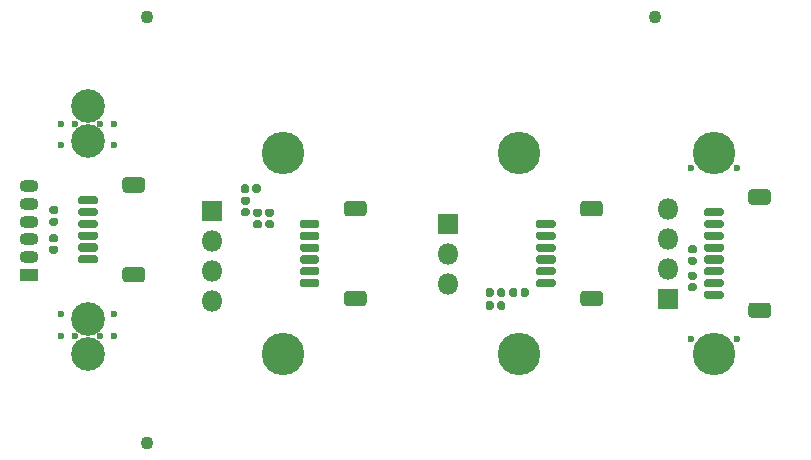
<source format=gts>
G04 #@! TF.GenerationSoftware,KiCad,Pcbnew,(5.1.6-0-10_14)*
G04 #@! TF.CreationDate,2021-04-13T12:38:31+02:00*
G04 #@! TF.ProjectId,Encoder_SPI_Panel,456e636f-6465-4725-9f53-50495f50616e,rev?*
G04 #@! TF.SameCoordinates,Original*
G04 #@! TF.FileFunction,Soldermask,Top*
G04 #@! TF.FilePolarity,Negative*
%FSLAX46Y46*%
G04 Gerber Fmt 4.6, Leading zero omitted, Abs format (unit mm)*
G04 Created by KiCad (PCBNEW (5.1.6-0-10_14)) date 2021-04-13 12:38:31*
%MOMM*%
%LPD*%
G01*
G04 APERTURE LIST*
%ADD10C,1.100000*%
%ADD11C,3.600000*%
%ADD12R,1.800000X1.800000*%
%ADD13O,1.800000X1.800000*%
%ADD14C,0.600000*%
%ADD15C,2.850000*%
%ADD16R,1.600000X1.100000*%
%ADD17O,1.600000X1.100000*%
G04 APERTURE END LIST*
D10*
X59999000Y-55501000D03*
X103007084Y-19498950D03*
X59999000Y-19498950D03*
G36*
G01*
X105975950Y-41034950D02*
X106370950Y-41034950D01*
G75*
G02*
X106543450Y-41207450I0J-172500D01*
G01*
X106543450Y-41552450D01*
G75*
G02*
X106370950Y-41724950I-172500J0D01*
G01*
X105975950Y-41724950D01*
G75*
G02*
X105803450Y-41552450I0J172500D01*
G01*
X105803450Y-41207450D01*
G75*
G02*
X105975950Y-41034950I172500J0D01*
G01*
G37*
G36*
G01*
X105975950Y-42004950D02*
X106370950Y-42004950D01*
G75*
G02*
X106543450Y-42177450I0J-172500D01*
G01*
X106543450Y-42522450D01*
G75*
G02*
X106370950Y-42694950I-172500J0D01*
G01*
X105975950Y-42694950D01*
G75*
G02*
X105803450Y-42522450I0J172500D01*
G01*
X105803450Y-42177450D01*
G75*
G02*
X105975950Y-42004950I172500J0D01*
G01*
G37*
D11*
X108003450Y-30999950D03*
G36*
G01*
X106370950Y-40459950D02*
X105975950Y-40459950D01*
G75*
G02*
X105803450Y-40287450I0J172500D01*
G01*
X105803450Y-39942450D01*
G75*
G02*
X105975950Y-39769950I172500J0D01*
G01*
X106370950Y-39769950D01*
G75*
G02*
X106543450Y-39942450I0J-172500D01*
G01*
X106543450Y-40287450D01*
G75*
G02*
X106370950Y-40459950I-172500J0D01*
G01*
G37*
G36*
G01*
X106370950Y-39489950D02*
X105975950Y-39489950D01*
G75*
G02*
X105803450Y-39317450I0J172500D01*
G01*
X105803450Y-38972450D01*
G75*
G02*
X105975950Y-38799950I172500J0D01*
G01*
X106370950Y-38799950D01*
G75*
G02*
X106543450Y-38972450I0J-172500D01*
G01*
X106543450Y-39317450D01*
G75*
G02*
X106370950Y-39489950I-172500J0D01*
G01*
G37*
X108003450Y-47999950D03*
G36*
G01*
X108653450Y-43349950D02*
X107353450Y-43349950D01*
G75*
G02*
X107178450Y-43174950I0J175000D01*
G01*
X107178450Y-42824950D01*
G75*
G02*
X107353450Y-42649950I175000J0D01*
G01*
X108653450Y-42649950D01*
G75*
G02*
X108828450Y-42824950I0J-175000D01*
G01*
X108828450Y-43174950D01*
G75*
G02*
X108653450Y-43349950I-175000J0D01*
G01*
G37*
G36*
G01*
X108653450Y-42349950D02*
X107353450Y-42349950D01*
G75*
G02*
X107178450Y-42174950I0J175000D01*
G01*
X107178450Y-41824950D01*
G75*
G02*
X107353450Y-41649950I175000J0D01*
G01*
X108653450Y-41649950D01*
G75*
G02*
X108828450Y-41824950I0J-175000D01*
G01*
X108828450Y-42174950D01*
G75*
G02*
X108653450Y-42349950I-175000J0D01*
G01*
G37*
G36*
G01*
X108653450Y-41349950D02*
X107353450Y-41349950D01*
G75*
G02*
X107178450Y-41174950I0J175000D01*
G01*
X107178450Y-40824950D01*
G75*
G02*
X107353450Y-40649950I175000J0D01*
G01*
X108653450Y-40649950D01*
G75*
G02*
X108828450Y-40824950I0J-175000D01*
G01*
X108828450Y-41174950D01*
G75*
G02*
X108653450Y-41349950I-175000J0D01*
G01*
G37*
G36*
G01*
X108653450Y-40349950D02*
X107353450Y-40349950D01*
G75*
G02*
X107178450Y-40174950I0J175000D01*
G01*
X107178450Y-39824950D01*
G75*
G02*
X107353450Y-39649950I175000J0D01*
G01*
X108653450Y-39649950D01*
G75*
G02*
X108828450Y-39824950I0J-175000D01*
G01*
X108828450Y-40174950D01*
G75*
G02*
X108653450Y-40349950I-175000J0D01*
G01*
G37*
G36*
G01*
X108653450Y-39349950D02*
X107353450Y-39349950D01*
G75*
G02*
X107178450Y-39174950I0J175000D01*
G01*
X107178450Y-38824950D01*
G75*
G02*
X107353450Y-38649950I175000J0D01*
G01*
X108653450Y-38649950D01*
G75*
G02*
X108828450Y-38824950I0J-175000D01*
G01*
X108828450Y-39174950D01*
G75*
G02*
X108653450Y-39349950I-175000J0D01*
G01*
G37*
G36*
G01*
X108653450Y-38349950D02*
X107353450Y-38349950D01*
G75*
G02*
X107178450Y-38174950I0J175000D01*
G01*
X107178450Y-37824950D01*
G75*
G02*
X107353450Y-37649950I175000J0D01*
G01*
X108653450Y-37649950D01*
G75*
G02*
X108828450Y-37824950I0J-175000D01*
G01*
X108828450Y-38174950D01*
G75*
G02*
X108653450Y-38349950I-175000J0D01*
G01*
G37*
G36*
G01*
X108653450Y-37349950D02*
X107353450Y-37349950D01*
G75*
G02*
X107178450Y-37174950I0J175000D01*
G01*
X107178450Y-36824950D01*
G75*
G02*
X107353450Y-36649950I175000J0D01*
G01*
X108653450Y-36649950D01*
G75*
G02*
X108828450Y-36824950I0J-175000D01*
G01*
X108828450Y-37174950D01*
G75*
G02*
X108653450Y-37349950I-175000J0D01*
G01*
G37*
G36*
G01*
X108653450Y-36349950D02*
X107353450Y-36349950D01*
G75*
G02*
X107178450Y-36174950I0J175000D01*
G01*
X107178450Y-35824950D01*
G75*
G02*
X107353450Y-35649950I175000J0D01*
G01*
X108653450Y-35649950D01*
G75*
G02*
X108828450Y-35824950I0J-175000D01*
G01*
X108828450Y-36174950D01*
G75*
G02*
X108653450Y-36349950I-175000J0D01*
G01*
G37*
G36*
G01*
X112557618Y-44949950D02*
X111199282Y-44949950D01*
G75*
G02*
X110928450Y-44679118I0J270832D01*
G01*
X110928450Y-43920782D01*
G75*
G02*
X111199282Y-43649950I270832J0D01*
G01*
X112557618Y-43649950D01*
G75*
G02*
X112828450Y-43920782I0J-270832D01*
G01*
X112828450Y-44679118D01*
G75*
G02*
X112557618Y-44949950I-270832J0D01*
G01*
G37*
G36*
G01*
X112557618Y-35349950D02*
X111199282Y-35349950D01*
G75*
G02*
X110928450Y-35079118I0J270832D01*
G01*
X110928450Y-34320782D01*
G75*
G02*
X111199282Y-34049950I270832J0D01*
G01*
X112557618Y-34049950D01*
G75*
G02*
X112828450Y-34320782I0J-270832D01*
G01*
X112828450Y-35079118D01*
G75*
G02*
X112557618Y-35349950I-270832J0D01*
G01*
G37*
D12*
X104103450Y-43319950D03*
D13*
X104103450Y-40779950D03*
X104103450Y-38239950D03*
X104103450Y-35699950D03*
D14*
X109953450Y-32249950D03*
X106053450Y-32249950D03*
X109953450Y-46749950D03*
X106053450Y-46749950D03*
G36*
G01*
X98327219Y-36349999D02*
X96968883Y-36349999D01*
G75*
G02*
X96698051Y-36079167I0J270832D01*
G01*
X96698051Y-35320831D01*
G75*
G02*
X96968883Y-35049999I270832J0D01*
G01*
X98327219Y-35049999D01*
G75*
G02*
X98598051Y-35320831I0J-270832D01*
G01*
X98598051Y-36079167D01*
G75*
G02*
X98327219Y-36349999I-270832J0D01*
G01*
G37*
G36*
G01*
X98327219Y-43949999D02*
X96968883Y-43949999D01*
G75*
G02*
X96698051Y-43679167I0J270832D01*
G01*
X96698051Y-42920831D01*
G75*
G02*
X96968883Y-42649999I270832J0D01*
G01*
X98327219Y-42649999D01*
G75*
G02*
X98598051Y-42920831I0J-270832D01*
G01*
X98598051Y-43679167D01*
G75*
G02*
X98327219Y-43949999I-270832J0D01*
G01*
G37*
G36*
G01*
X94423051Y-37349999D02*
X93123051Y-37349999D01*
G75*
G02*
X92948051Y-37174999I0J175000D01*
G01*
X92948051Y-36824999D01*
G75*
G02*
X93123051Y-36649999I175000J0D01*
G01*
X94423051Y-36649999D01*
G75*
G02*
X94598051Y-36824999I0J-175000D01*
G01*
X94598051Y-37174999D01*
G75*
G02*
X94423051Y-37349999I-175000J0D01*
G01*
G37*
G36*
G01*
X94423051Y-38349999D02*
X93123051Y-38349999D01*
G75*
G02*
X92948051Y-38174999I0J175000D01*
G01*
X92948051Y-37824999D01*
G75*
G02*
X93123051Y-37649999I175000J0D01*
G01*
X94423051Y-37649999D01*
G75*
G02*
X94598051Y-37824999I0J-175000D01*
G01*
X94598051Y-38174999D01*
G75*
G02*
X94423051Y-38349999I-175000J0D01*
G01*
G37*
G36*
G01*
X94423051Y-39349999D02*
X93123051Y-39349999D01*
G75*
G02*
X92948051Y-39174999I0J175000D01*
G01*
X92948051Y-38824999D01*
G75*
G02*
X93123051Y-38649999I175000J0D01*
G01*
X94423051Y-38649999D01*
G75*
G02*
X94598051Y-38824999I0J-175000D01*
G01*
X94598051Y-39174999D01*
G75*
G02*
X94423051Y-39349999I-175000J0D01*
G01*
G37*
G36*
G01*
X94423051Y-40349999D02*
X93123051Y-40349999D01*
G75*
G02*
X92948051Y-40174999I0J175000D01*
G01*
X92948051Y-39824999D01*
G75*
G02*
X93123051Y-39649999I175000J0D01*
G01*
X94423051Y-39649999D01*
G75*
G02*
X94598051Y-39824999I0J-175000D01*
G01*
X94598051Y-40174999D01*
G75*
G02*
X94423051Y-40349999I-175000J0D01*
G01*
G37*
G36*
G01*
X94423051Y-41349999D02*
X93123051Y-41349999D01*
G75*
G02*
X92948051Y-41174999I0J175000D01*
G01*
X92948051Y-40824999D01*
G75*
G02*
X93123051Y-40649999I175000J0D01*
G01*
X94423051Y-40649999D01*
G75*
G02*
X94598051Y-40824999I0J-175000D01*
G01*
X94598051Y-41174999D01*
G75*
G02*
X94423051Y-41349999I-175000J0D01*
G01*
G37*
G36*
G01*
X94423051Y-42349999D02*
X93123051Y-42349999D01*
G75*
G02*
X92948051Y-42174999I0J175000D01*
G01*
X92948051Y-41824999D01*
G75*
G02*
X93123051Y-41649999I175000J0D01*
G01*
X94423051Y-41649999D01*
G75*
G02*
X94598051Y-41824999I0J-175000D01*
G01*
X94598051Y-42174999D01*
G75*
G02*
X94423051Y-42349999I-175000J0D01*
G01*
G37*
D11*
X91503051Y-30999999D03*
G36*
G01*
X91643051Y-42997499D02*
X91643051Y-42602499D01*
G75*
G02*
X91815551Y-42429999I172500J0D01*
G01*
X92160551Y-42429999D01*
G75*
G02*
X92333051Y-42602499I0J-172500D01*
G01*
X92333051Y-42997499D01*
G75*
G02*
X92160551Y-43169999I-172500J0D01*
G01*
X91815551Y-43169999D01*
G75*
G02*
X91643051Y-42997499I0J172500D01*
G01*
G37*
G36*
G01*
X90673051Y-42997499D02*
X90673051Y-42602499D01*
G75*
G02*
X90845551Y-42429999I172500J0D01*
G01*
X91190551Y-42429999D01*
G75*
G02*
X91363051Y-42602499I0J-172500D01*
G01*
X91363051Y-42997499D01*
G75*
G02*
X91190551Y-43169999I-172500J0D01*
G01*
X90845551Y-43169999D01*
G75*
G02*
X90673051Y-42997499I0J172500D01*
G01*
G37*
G36*
G01*
X89643051Y-44097499D02*
X89643051Y-43702499D01*
G75*
G02*
X89815551Y-43529999I172500J0D01*
G01*
X90160551Y-43529999D01*
G75*
G02*
X90333051Y-43702499I0J-172500D01*
G01*
X90333051Y-44097499D01*
G75*
G02*
X90160551Y-44269999I-172500J0D01*
G01*
X89815551Y-44269999D01*
G75*
G02*
X89643051Y-44097499I0J172500D01*
G01*
G37*
G36*
G01*
X88673051Y-44097499D02*
X88673051Y-43702499D01*
G75*
G02*
X88845551Y-43529999I172500J0D01*
G01*
X89190551Y-43529999D01*
G75*
G02*
X89363051Y-43702499I0J-172500D01*
G01*
X89363051Y-44097499D01*
G75*
G02*
X89190551Y-44269999I-172500J0D01*
G01*
X88845551Y-44269999D01*
G75*
G02*
X88673051Y-44097499I0J172500D01*
G01*
G37*
X91503051Y-47999999D03*
G36*
G01*
X89643051Y-42997499D02*
X89643051Y-42602499D01*
G75*
G02*
X89815551Y-42429999I172500J0D01*
G01*
X90160551Y-42429999D01*
G75*
G02*
X90333051Y-42602499I0J-172500D01*
G01*
X90333051Y-42997499D01*
G75*
G02*
X90160551Y-43169999I-172500J0D01*
G01*
X89815551Y-43169999D01*
G75*
G02*
X89643051Y-42997499I0J172500D01*
G01*
G37*
G36*
G01*
X88673051Y-42997499D02*
X88673051Y-42602499D01*
G75*
G02*
X88845551Y-42429999I172500J0D01*
G01*
X89190551Y-42429999D01*
G75*
G02*
X89363051Y-42602499I0J-172500D01*
G01*
X89363051Y-42997499D01*
G75*
G02*
X89190551Y-43169999I-172500J0D01*
G01*
X88845551Y-43169999D01*
G75*
G02*
X88673051Y-42997499I0J172500D01*
G01*
G37*
D12*
X85473051Y-36959999D03*
D13*
X85473051Y-39499999D03*
X85473051Y-42039999D03*
G36*
G01*
X69560539Y-37359999D02*
X69165539Y-37359999D01*
G75*
G02*
X68993039Y-37187499I0J172500D01*
G01*
X68993039Y-36842499D01*
G75*
G02*
X69165539Y-36669999I172500J0D01*
G01*
X69560539Y-36669999D01*
G75*
G02*
X69733039Y-36842499I0J-172500D01*
G01*
X69733039Y-37187499D01*
G75*
G02*
X69560539Y-37359999I-172500J0D01*
G01*
G37*
G36*
G01*
X69560539Y-36389999D02*
X69165539Y-36389999D01*
G75*
G02*
X68993039Y-36217499I0J172500D01*
G01*
X68993039Y-35872499D01*
G75*
G02*
X69165539Y-35699999I172500J0D01*
G01*
X69560539Y-35699999D01*
G75*
G02*
X69733039Y-35872499I0J-172500D01*
G01*
X69733039Y-36217499D01*
G75*
G02*
X69560539Y-36389999I-172500J0D01*
G01*
G37*
G36*
G01*
X70195539Y-35689999D02*
X70590539Y-35689999D01*
G75*
G02*
X70763039Y-35862499I0J-172500D01*
G01*
X70763039Y-36207499D01*
G75*
G02*
X70590539Y-36379999I-172500J0D01*
G01*
X70195539Y-36379999D01*
G75*
G02*
X70023039Y-36207499I0J172500D01*
G01*
X70023039Y-35862499D01*
G75*
G02*
X70195539Y-35689999I172500J0D01*
G01*
G37*
G36*
G01*
X70195539Y-36659999D02*
X70590539Y-36659999D01*
G75*
G02*
X70763039Y-36832499I0J-172500D01*
G01*
X70763039Y-37177499D01*
G75*
G02*
X70590539Y-37349999I-172500J0D01*
G01*
X70195539Y-37349999D01*
G75*
G02*
X70023039Y-37177499I0J172500D01*
G01*
X70023039Y-36832499D01*
G75*
G02*
X70195539Y-36659999I172500J0D01*
G01*
G37*
D11*
X71503039Y-30999999D03*
X71503039Y-47999999D03*
G36*
G01*
X68135539Y-34679999D02*
X68530539Y-34679999D01*
G75*
G02*
X68703039Y-34852499I0J-172500D01*
G01*
X68703039Y-35197499D01*
G75*
G02*
X68530539Y-35369999I-172500J0D01*
G01*
X68135539Y-35369999D01*
G75*
G02*
X67963039Y-35197499I0J172500D01*
G01*
X67963039Y-34852499D01*
G75*
G02*
X68135539Y-34679999I172500J0D01*
G01*
G37*
G36*
G01*
X68135539Y-35649999D02*
X68530539Y-35649999D01*
G75*
G02*
X68703039Y-35822499I0J-172500D01*
G01*
X68703039Y-36167499D01*
G75*
G02*
X68530539Y-36339999I-172500J0D01*
G01*
X68135539Y-36339999D01*
G75*
G02*
X67963039Y-36167499I0J172500D01*
G01*
X67963039Y-35822499D01*
G75*
G02*
X68135539Y-35649999I172500J0D01*
G01*
G37*
G36*
G01*
X74423039Y-42349999D02*
X73123039Y-42349999D01*
G75*
G02*
X72948039Y-42174999I0J175000D01*
G01*
X72948039Y-41824999D01*
G75*
G02*
X73123039Y-41649999I175000J0D01*
G01*
X74423039Y-41649999D01*
G75*
G02*
X74598039Y-41824999I0J-175000D01*
G01*
X74598039Y-42174999D01*
G75*
G02*
X74423039Y-42349999I-175000J0D01*
G01*
G37*
G36*
G01*
X74423039Y-41349999D02*
X73123039Y-41349999D01*
G75*
G02*
X72948039Y-41174999I0J175000D01*
G01*
X72948039Y-40824999D01*
G75*
G02*
X73123039Y-40649999I175000J0D01*
G01*
X74423039Y-40649999D01*
G75*
G02*
X74598039Y-40824999I0J-175000D01*
G01*
X74598039Y-41174999D01*
G75*
G02*
X74423039Y-41349999I-175000J0D01*
G01*
G37*
G36*
G01*
X74423039Y-40349999D02*
X73123039Y-40349999D01*
G75*
G02*
X72948039Y-40174999I0J175000D01*
G01*
X72948039Y-39824999D01*
G75*
G02*
X73123039Y-39649999I175000J0D01*
G01*
X74423039Y-39649999D01*
G75*
G02*
X74598039Y-39824999I0J-175000D01*
G01*
X74598039Y-40174999D01*
G75*
G02*
X74423039Y-40349999I-175000J0D01*
G01*
G37*
G36*
G01*
X74423039Y-39349999D02*
X73123039Y-39349999D01*
G75*
G02*
X72948039Y-39174999I0J175000D01*
G01*
X72948039Y-38824999D01*
G75*
G02*
X73123039Y-38649999I175000J0D01*
G01*
X74423039Y-38649999D01*
G75*
G02*
X74598039Y-38824999I0J-175000D01*
G01*
X74598039Y-39174999D01*
G75*
G02*
X74423039Y-39349999I-175000J0D01*
G01*
G37*
G36*
G01*
X74423039Y-38349999D02*
X73123039Y-38349999D01*
G75*
G02*
X72948039Y-38174999I0J175000D01*
G01*
X72948039Y-37824999D01*
G75*
G02*
X73123039Y-37649999I175000J0D01*
G01*
X74423039Y-37649999D01*
G75*
G02*
X74598039Y-37824999I0J-175000D01*
G01*
X74598039Y-38174999D01*
G75*
G02*
X74423039Y-38349999I-175000J0D01*
G01*
G37*
G36*
G01*
X74423039Y-37349999D02*
X73123039Y-37349999D01*
G75*
G02*
X72948039Y-37174999I0J175000D01*
G01*
X72948039Y-36824999D01*
G75*
G02*
X73123039Y-36649999I175000J0D01*
G01*
X74423039Y-36649999D01*
G75*
G02*
X74598039Y-36824999I0J-175000D01*
G01*
X74598039Y-37174999D01*
G75*
G02*
X74423039Y-37349999I-175000J0D01*
G01*
G37*
G36*
G01*
X78327207Y-43949999D02*
X76968871Y-43949999D01*
G75*
G02*
X76698039Y-43679167I0J270832D01*
G01*
X76698039Y-42920831D01*
G75*
G02*
X76968871Y-42649999I270832J0D01*
G01*
X78327207Y-42649999D01*
G75*
G02*
X78598039Y-42920831I0J-270832D01*
G01*
X78598039Y-43679167D01*
G75*
G02*
X78327207Y-43949999I-270832J0D01*
G01*
G37*
G36*
G01*
X78327207Y-36349999D02*
X76968871Y-36349999D01*
G75*
G02*
X76698039Y-36079167I0J270832D01*
G01*
X76698039Y-35320831D01*
G75*
G02*
X76968871Y-35049999I270832J0D01*
G01*
X78327207Y-35049999D01*
G75*
G02*
X78598039Y-35320831I0J-270832D01*
G01*
X78598039Y-36079167D01*
G75*
G02*
X78327207Y-36349999I-270832J0D01*
G01*
G37*
D12*
X65473039Y-35929999D03*
D13*
X65473039Y-38469999D03*
X65473039Y-41009999D03*
X65473039Y-43549999D03*
G36*
G01*
X67968039Y-34207499D02*
X67968039Y-33812499D01*
G75*
G02*
X68140539Y-33639999I172500J0D01*
G01*
X68485539Y-33639999D01*
G75*
G02*
X68658039Y-33812499I0J-172500D01*
G01*
X68658039Y-34207499D01*
G75*
G02*
X68485539Y-34379999I-172500J0D01*
G01*
X68140539Y-34379999D01*
G75*
G02*
X67968039Y-34207499I0J172500D01*
G01*
G37*
G36*
G01*
X68938039Y-34207499D02*
X68938039Y-33812499D01*
G75*
G02*
X69110539Y-33639999I172500J0D01*
G01*
X69455539Y-33639999D01*
G75*
G02*
X69628039Y-33812499I0J-172500D01*
G01*
X69628039Y-34207499D01*
G75*
G02*
X69455539Y-34379999I-172500J0D01*
G01*
X69110539Y-34379999D01*
G75*
G02*
X68938039Y-34207499I0J172500D01*
G01*
G37*
G36*
G01*
X51902896Y-37854950D02*
X52297896Y-37854950D01*
G75*
G02*
X52470396Y-38027450I0J-172500D01*
G01*
X52470396Y-38372450D01*
G75*
G02*
X52297896Y-38544950I-172500J0D01*
G01*
X51902896Y-38544950D01*
G75*
G02*
X51730396Y-38372450I0J172500D01*
G01*
X51730396Y-38027450D01*
G75*
G02*
X51902896Y-37854950I172500J0D01*
G01*
G37*
G36*
G01*
X51902896Y-38824950D02*
X52297896Y-38824950D01*
G75*
G02*
X52470396Y-38997450I0J-172500D01*
G01*
X52470396Y-39342450D01*
G75*
G02*
X52297896Y-39514950I-172500J0D01*
G01*
X51902896Y-39514950D01*
G75*
G02*
X51730396Y-39342450I0J172500D01*
G01*
X51730396Y-38997450D01*
G75*
G02*
X51902896Y-38824950I172500J0D01*
G01*
G37*
G36*
G01*
X52317896Y-37139950D02*
X51922896Y-37139950D01*
G75*
G02*
X51750396Y-36967450I0J172500D01*
G01*
X51750396Y-36622450D01*
G75*
G02*
X51922896Y-36449950I172500J0D01*
G01*
X52317896Y-36449950D01*
G75*
G02*
X52490396Y-36622450I0J-172500D01*
G01*
X52490396Y-36967450D01*
G75*
G02*
X52317896Y-37139950I-172500J0D01*
G01*
G37*
G36*
G01*
X52317896Y-36169950D02*
X51922896Y-36169950D01*
G75*
G02*
X51750396Y-35997450I0J172500D01*
G01*
X51750396Y-35652450D01*
G75*
G02*
X51922896Y-35479950I172500J0D01*
G01*
X52317896Y-35479950D01*
G75*
G02*
X52490396Y-35652450I0J-172500D01*
G01*
X52490396Y-35997450D01*
G75*
G02*
X52317896Y-36169950I-172500J0D01*
G01*
G37*
D15*
X55000396Y-44999950D03*
X55000396Y-29999950D03*
X55000396Y-47999950D03*
X55000396Y-26999950D03*
G36*
G01*
X55660396Y-40339950D02*
X54360396Y-40339950D01*
G75*
G02*
X54185396Y-40164950I0J175000D01*
G01*
X54185396Y-39814950D01*
G75*
G02*
X54360396Y-39639950I175000J0D01*
G01*
X55660396Y-39639950D01*
G75*
G02*
X55835396Y-39814950I0J-175000D01*
G01*
X55835396Y-40164950D01*
G75*
G02*
X55660396Y-40339950I-175000J0D01*
G01*
G37*
G36*
G01*
X55660396Y-39339950D02*
X54360396Y-39339950D01*
G75*
G02*
X54185396Y-39164950I0J175000D01*
G01*
X54185396Y-38814950D01*
G75*
G02*
X54360396Y-38639950I175000J0D01*
G01*
X55660396Y-38639950D01*
G75*
G02*
X55835396Y-38814950I0J-175000D01*
G01*
X55835396Y-39164950D01*
G75*
G02*
X55660396Y-39339950I-175000J0D01*
G01*
G37*
G36*
G01*
X55660396Y-38339950D02*
X54360396Y-38339950D01*
G75*
G02*
X54185396Y-38164950I0J175000D01*
G01*
X54185396Y-37814950D01*
G75*
G02*
X54360396Y-37639950I175000J0D01*
G01*
X55660396Y-37639950D01*
G75*
G02*
X55835396Y-37814950I0J-175000D01*
G01*
X55835396Y-38164950D01*
G75*
G02*
X55660396Y-38339950I-175000J0D01*
G01*
G37*
G36*
G01*
X55660396Y-37339950D02*
X54360396Y-37339950D01*
G75*
G02*
X54185396Y-37164950I0J175000D01*
G01*
X54185396Y-36814950D01*
G75*
G02*
X54360396Y-36639950I175000J0D01*
G01*
X55660396Y-36639950D01*
G75*
G02*
X55835396Y-36814950I0J-175000D01*
G01*
X55835396Y-37164950D01*
G75*
G02*
X55660396Y-37339950I-175000J0D01*
G01*
G37*
G36*
G01*
X55660396Y-36339950D02*
X54360396Y-36339950D01*
G75*
G02*
X54185396Y-36164950I0J175000D01*
G01*
X54185396Y-35814950D01*
G75*
G02*
X54360396Y-35639950I175000J0D01*
G01*
X55660396Y-35639950D01*
G75*
G02*
X55835396Y-35814950I0J-175000D01*
G01*
X55835396Y-36164950D01*
G75*
G02*
X55660396Y-36339950I-175000J0D01*
G01*
G37*
G36*
G01*
X55660396Y-35339950D02*
X54360396Y-35339950D01*
G75*
G02*
X54185396Y-35164950I0J175000D01*
G01*
X54185396Y-34814950D01*
G75*
G02*
X54360396Y-34639950I175000J0D01*
G01*
X55660396Y-34639950D01*
G75*
G02*
X55835396Y-34814950I0J-175000D01*
G01*
X55835396Y-35164950D01*
G75*
G02*
X55660396Y-35339950I-175000J0D01*
G01*
G37*
G36*
G01*
X59564996Y-41939950D02*
X58205796Y-41939950D01*
G75*
G02*
X57935396Y-41669550I0J270400D01*
G01*
X57935396Y-40910350D01*
G75*
G02*
X58205796Y-40639950I270400J0D01*
G01*
X59564996Y-40639950D01*
G75*
G02*
X59835396Y-40910350I0J-270400D01*
G01*
X59835396Y-41669550D01*
G75*
G02*
X59564996Y-41939950I-270400J0D01*
G01*
G37*
G36*
G01*
X59564564Y-34339950D02*
X58206228Y-34339950D01*
G75*
G02*
X57935396Y-34069118I0J270832D01*
G01*
X57935396Y-33310782D01*
G75*
G02*
X58206228Y-33039950I270832J0D01*
G01*
X59564564Y-33039950D01*
G75*
G02*
X59835396Y-33310782I0J-270832D01*
G01*
X59835396Y-34069118D01*
G75*
G02*
X59564564Y-34339950I-270832J0D01*
G01*
G37*
D14*
X52750396Y-30339950D03*
X57250396Y-30339950D03*
X52750396Y-46509950D03*
X57250396Y-46509950D03*
X56060396Y-46509950D03*
X53940396Y-46519950D03*
X53940396Y-28509950D03*
X56060396Y-28499950D03*
X52750396Y-28499950D03*
X57250396Y-28499950D03*
X52750396Y-44649950D03*
X57250396Y-44649950D03*
D16*
X50000396Y-41299950D03*
D17*
X50000396Y-39799950D03*
X50000396Y-38299950D03*
X50000396Y-36799950D03*
X50000396Y-35299950D03*
X50000396Y-33799950D03*
M02*

</source>
